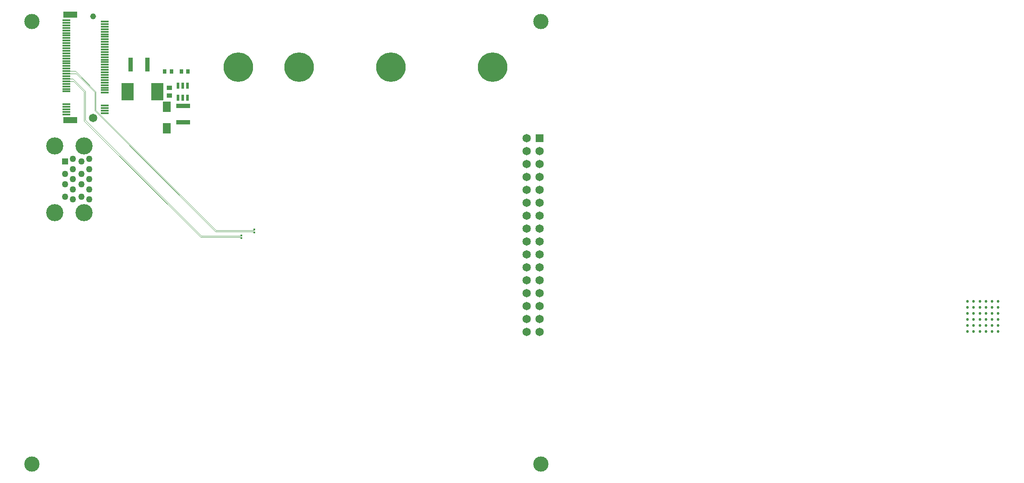
<source format=gbl>
G04*
G04 #@! TF.GenerationSoftware,Altium Limited,Altium Designer,25.1.2 (22)*
G04*
G04 Layer_Physical_Order=4*
G04 Layer_Color=16711680*
%FSLAX44Y44*%
%MOMM*%
G71*
G04*
G04 #@! TF.SameCoordinates,47DE64E8-2747-4DE2-8CAA-9D4F0D5BEAA4*
G04*
G04*
G04 #@! TF.FilePolarity,Positive*
G04*
G01*
G75*
%ADD41C,0.1000*%
%ADD43C,3.3660*%
%ADD44C,1.2580*%
%ADD45C,1.6500*%
%ADD46C,1.1500*%
%ADD47C,5.8000*%
%ADD48C,0.5300*%
%ADD49R,1.6500X1.6500*%
%ADD50R,1.2580X1.2580*%
%ADD51C,3.0000*%
%ADD52C,0.4000*%
%ADD65R,0.9542X2.7062*%
%ADD66R,0.8000X0.9500*%
%ADD67R,1.0500X0.9000*%
%ADD68R,0.6000X1.2000*%
%ADD69R,2.4130X3.4290*%
%ADD70R,1.5000X2.1200*%
%ADD71R,2.7062X0.9542*%
%ADD72R,2.7500X1.2000*%
%ADD73R,1.5500X0.3000*%
D41*
X152500Y724836D02*
Y782232D01*
Y724836D02*
X381586Y495750D01*
X154750Y725768D02*
X382518Y498000D01*
X154750Y725768D02*
Y783164D01*
X459343Y495250D02*
X460250D01*
X381586Y495750D02*
X458843D01*
X459343Y495250D01*
X461000Y498000D02*
Y499250D01*
X461000Y493750D02*
Y495000D01*
X382518Y498000D02*
X461000D01*
X460250Y495250D02*
X460750D01*
X461000Y495000D01*
Y499250D02*
X461000Y499250D01*
X175250Y745268D02*
X411268Y509250D01*
X485500D01*
X485238Y507000D02*
X487027Y505211D01*
X485500Y509250D02*
X487000Y510750D01*
X410336Y507000D02*
X485238D01*
X173000Y744336D02*
X410336Y507000D01*
X132233Y802500D02*
X152500Y782232D01*
X117250Y802500D02*
X132233D01*
X130414Y807500D02*
X154750Y783164D01*
X117250Y807500D02*
X130414D01*
X173000Y744336D02*
Y781232D01*
X175250Y745268D02*
Y782164D01*
X136732Y817500D02*
X173000Y781232D01*
X117250Y817500D02*
X136732D01*
X134915Y822500D02*
X175250Y782164D01*
X117250Y822500D02*
X134915D01*
D43*
X151800Y675700D02*
D03*
X95000D02*
D03*
X151800Y544300D02*
D03*
X95000D02*
D03*
D44*
X130000Y610000D02*
D03*
X147000Y575000D02*
D03*
X115000D02*
D03*
X162000Y610000D02*
D03*
X115000Y600000D02*
D03*
X130000Y570000D02*
D03*
X115000Y620000D02*
D03*
X162000Y650000D02*
D03*
Y630000D02*
D03*
Y590000D02*
D03*
Y570000D02*
D03*
X147000Y620000D02*
D03*
X130000Y630000D02*
D03*
Y590000D02*
D03*
X147000Y600000D02*
D03*
X130000Y650000D02*
D03*
X147000Y645000D02*
D03*
D45*
X170000Y730000D02*
D03*
X1047000Y665100D02*
D03*
Y639700D02*
D03*
Y614300D02*
D03*
Y588900D02*
D03*
Y563500D02*
D03*
Y411100D02*
D03*
Y436500D02*
D03*
Y461900D02*
D03*
Y487300D02*
D03*
Y512700D02*
D03*
Y538100D02*
D03*
X1021600Y334900D02*
D03*
X1047000D02*
D03*
X1021600Y385700D02*
D03*
X1047000D02*
D03*
X1021600Y436500D02*
D03*
Y487300D02*
D03*
Y538100D02*
D03*
Y588900D02*
D03*
Y639700D02*
D03*
Y690500D02*
D03*
Y309500D02*
D03*
Y360300D02*
D03*
Y411100D02*
D03*
Y461900D02*
D03*
Y512700D02*
D03*
Y563500D02*
D03*
Y614300D02*
D03*
Y665100D02*
D03*
X1047000Y309500D02*
D03*
Y360300D02*
D03*
D46*
X170000Y930000D02*
D03*
D47*
X955000Y830000D02*
D03*
X755000D02*
D03*
X575000D02*
D03*
X455000D02*
D03*
D48*
X1948000Y310000D02*
D03*
X1936000D02*
D03*
X1924000D02*
D03*
X1912000D02*
D03*
X1900000D02*
D03*
X1888000D02*
D03*
X1948000Y322000D02*
D03*
X1936000D02*
D03*
X1924000D02*
D03*
X1912000D02*
D03*
X1900000D02*
D03*
X1888000D02*
D03*
X1948000Y334000D02*
D03*
X1936000D02*
D03*
X1924000D02*
D03*
X1912000D02*
D03*
X1900000D02*
D03*
X1888000D02*
D03*
X1948000Y346000D02*
D03*
X1936000D02*
D03*
X1924000D02*
D03*
X1912000D02*
D03*
X1900000D02*
D03*
X1888000D02*
D03*
X1948000Y358000D02*
D03*
X1936000D02*
D03*
X1924000D02*
D03*
X1912000D02*
D03*
X1900000D02*
D03*
X1888000D02*
D03*
X1948000Y370000D02*
D03*
X1936000D02*
D03*
X1924000D02*
D03*
X1912000D02*
D03*
X1900000D02*
D03*
X1888000D02*
D03*
D49*
X1047000Y690500D02*
D03*
D50*
X115000Y645000D02*
D03*
D51*
X1050000Y50000D02*
D03*
Y920000D02*
D03*
X50000D02*
D03*
Y50000D02*
D03*
D52*
X461000Y493750D02*
D03*
Y499250D02*
D03*
X487027Y505211D02*
D03*
X487000Y510750D02*
D03*
D65*
X276250Y835000D02*
D03*
X243750D02*
D03*
D66*
X343424Y822001D02*
D03*
X356424D02*
D03*
X323920Y822000D02*
D03*
X310920D02*
D03*
D67*
X320000Y774000D02*
D03*
Y790000D02*
D03*
D68*
X336419Y793500D02*
D03*
Y770500D02*
D03*
X345920D02*
D03*
X355420D02*
D03*
Y793500D02*
D03*
X345920D02*
D03*
D69*
X295920Y782000D02*
D03*
X237500D02*
D03*
D70*
X315000Y752150D02*
D03*
Y709850D02*
D03*
D71*
X347000Y721750D02*
D03*
Y754250D02*
D03*
D72*
X125000Y726500D02*
D03*
Y933500D02*
D03*
D73*
X117250Y737500D02*
D03*
X192750Y740000D02*
D03*
X117250Y742500D02*
D03*
X192750Y745000D02*
D03*
X117250Y747500D02*
D03*
X192750Y750000D02*
D03*
X117250Y752500D02*
D03*
X192750Y755000D02*
D03*
X117250Y757500D02*
D03*
X192750Y780000D02*
D03*
X117250Y782500D02*
D03*
X192750Y784999D02*
D03*
X117250Y797500D02*
D03*
X192750Y805000D02*
D03*
Y810000D02*
D03*
X117250Y812500D02*
D03*
X192750Y815000D02*
D03*
Y820000D02*
D03*
Y825000D02*
D03*
X117250Y827500D02*
D03*
X192750Y830000D02*
D03*
X117250Y832500D02*
D03*
X192750Y835000D02*
D03*
X117250Y837500D02*
D03*
X192750Y840000D02*
D03*
X117250Y842499D02*
D03*
X192750Y845000D02*
D03*
X117250Y847500D02*
D03*
X192750Y850000D02*
D03*
X117250Y852500D02*
D03*
X192750Y855000D02*
D03*
X117250Y857500D02*
D03*
X192750Y860000D02*
D03*
X117250Y862500D02*
D03*
X192750Y865000D02*
D03*
X117250Y867500D02*
D03*
X192750Y870000D02*
D03*
X117250Y872500D02*
D03*
X192750Y875000D02*
D03*
X117250Y877500D02*
D03*
X192750Y880000D02*
D03*
X117250Y882500D02*
D03*
X192750Y885000D02*
D03*
X117250Y887500D02*
D03*
X192750Y890000D02*
D03*
X117250Y892500D02*
D03*
X192750Y895000D02*
D03*
X117250Y897500D02*
D03*
X192750Y899999D02*
D03*
X117250Y902500D02*
D03*
X192750Y905000D02*
D03*
X117250Y907500D02*
D03*
X192750Y909999D02*
D03*
X117250Y912500D02*
D03*
X192750Y915000D02*
D03*
X117250Y917500D02*
D03*
X192750Y920000D02*
D03*
X117250Y922500D02*
D03*
Y817500D02*
D03*
Y822500D02*
D03*
Y792500D02*
D03*
Y807500D02*
D03*
Y802500D02*
D03*
Y787500D02*
D03*
X192750Y800000D02*
D03*
Y795000D02*
D03*
Y790000D02*
D03*
M02*

</source>
